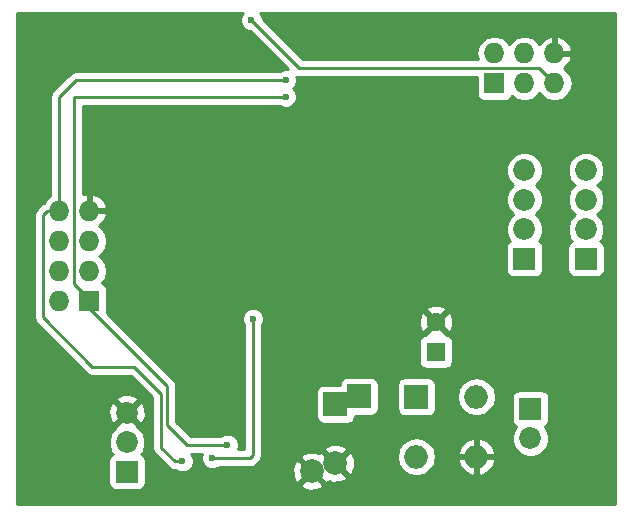
<source format=gbr>
G04 #@! TF.FileFunction,Copper,L2,Bot,Signal*
%FSLAX46Y46*%
G04 Gerber Fmt 4.6, Leading zero omitted, Abs format (unit mm)*
G04 Created by KiCad (PCBNEW 4.0.7) date 01/29/18 16:59:17*
%MOMM*%
%LPD*%
G01*
G04 APERTURE LIST*
%ADD10C,0.100000*%
%ADD11R,2.000000X2.000000*%
%ADD12C,2.000000*%
%ADD13R,1.600000X1.600000*%
%ADD14C,1.600000*%
%ADD15O,2.000000X2.000000*%
%ADD16R,1.850000X1.850000*%
%ADD17C,1.850000*%
%ADD18R,1.727200X1.727200*%
%ADD19O,1.727200X1.727200*%
%ADD20C,0.600000*%
%ADD21C,0.250000*%
%ADD22C,0.254000*%
G04 APERTURE END LIST*
D10*
D11*
X148844000Y-50292000D03*
D12*
X148844000Y-55292000D03*
D11*
X150844000Y-49619856D03*
D12*
X146844000Y-55964144D03*
D13*
X157353000Y-45847000D03*
D14*
X157353000Y-43347000D03*
D15*
X160782000Y-49657000D03*
X155702000Y-54737000D03*
X160782000Y-54737000D03*
D11*
X155702000Y-49657000D03*
D16*
X165354000Y-50673000D03*
D17*
X165354000Y-53173000D03*
D18*
X128016000Y-41529000D03*
D19*
X125476000Y-41529000D03*
X128016000Y-38989000D03*
X125476000Y-38989000D03*
X128016000Y-36449000D03*
X125476000Y-36449000D03*
X128016000Y-33909000D03*
X125476000Y-33909000D03*
D18*
X162306000Y-23114000D03*
D19*
X162306000Y-20574000D03*
X164846000Y-23114000D03*
X164846000Y-20574000D03*
X167386000Y-23114000D03*
X167386000Y-20574000D03*
D16*
X131191000Y-56007000D03*
D17*
X131191000Y-53507000D03*
X131191000Y-51007000D03*
D16*
X164846000Y-37973000D03*
D17*
X164846000Y-35473000D03*
X164846000Y-32973000D03*
X164846000Y-30473000D03*
D16*
X170053000Y-37973000D03*
D17*
X170053000Y-35473000D03*
X170053000Y-32973000D03*
X170053000Y-30473000D03*
D20*
X147447000Y-19558000D03*
X142748000Y-34290000D03*
X158369000Y-34798000D03*
X158623000Y-31115000D03*
X156083000Y-31242000D03*
X141732000Y-17780000D03*
X139700000Y-53721000D03*
X144653000Y-24257000D03*
X135890000Y-55118000D03*
X144653000Y-22860000D03*
X138430000Y-54864000D03*
X141859000Y-43053000D03*
D21*
X148971000Y-19558000D02*
X147447000Y-19558000D01*
X166116000Y-21844000D02*
X167386000Y-23114000D01*
X145796000Y-21844000D02*
X166116000Y-21844000D01*
X141732000Y-17780000D02*
X145796000Y-21844000D01*
X128016000Y-41529000D02*
X128016000Y-42164000D01*
X128016000Y-42164000D02*
X134620000Y-48768000D01*
X136271000Y-53721000D02*
X139700000Y-53721000D01*
X134620000Y-52070000D02*
X136271000Y-53721000D01*
X134620000Y-48768000D02*
X134620000Y-52070000D01*
X126746000Y-40132000D02*
X128016000Y-41402000D01*
X126746000Y-24257000D02*
X126746000Y-40132000D01*
X144653000Y-24257000D02*
X126746000Y-24257000D01*
X128016000Y-41402000D02*
X128016000Y-41529000D01*
X125476000Y-33909000D02*
X124460000Y-33909000D01*
X135255000Y-55118000D02*
X135890000Y-55118000D01*
X134112000Y-53975000D02*
X135255000Y-55118000D01*
X134112000Y-49403000D02*
X134112000Y-53975000D01*
X131826000Y-47117000D02*
X134112000Y-49403000D01*
X128270000Y-47117000D02*
X131826000Y-47117000D01*
X124079000Y-42926000D02*
X128270000Y-47117000D01*
X124079000Y-34290000D02*
X124079000Y-42926000D01*
X124460000Y-33909000D02*
X124079000Y-34290000D01*
X125476000Y-24257000D02*
X125476000Y-33909000D01*
X126873000Y-22860000D02*
X125476000Y-24257000D01*
X144653000Y-22860000D02*
X126873000Y-22860000D01*
X141605000Y-54864000D02*
X138430000Y-54864000D01*
X141859000Y-54610000D02*
X141605000Y-54864000D01*
X141859000Y-43053000D02*
X141859000Y-54610000D01*
D22*
G36*
X140939808Y-17249673D02*
X140797162Y-17593201D01*
X140796838Y-17965167D01*
X140938883Y-18308943D01*
X141201673Y-18572192D01*
X141545201Y-18714838D01*
X141592077Y-18714879D01*
X144802327Y-21925129D01*
X144467833Y-21924838D01*
X144124057Y-22066883D01*
X144090882Y-22100000D01*
X126873000Y-22100000D01*
X126582160Y-22157852D01*
X126335599Y-22322599D01*
X124938599Y-23719599D01*
X124773852Y-23966161D01*
X124716000Y-24257000D01*
X124716000Y-32619738D01*
X124416330Y-32819971D01*
X124148681Y-33220536D01*
X123922599Y-33371599D01*
X123541599Y-33752599D01*
X123376852Y-33999161D01*
X123319000Y-34290000D01*
X123319000Y-42926000D01*
X123376852Y-43216839D01*
X123541599Y-43463401D01*
X127732599Y-47654401D01*
X127979161Y-47819148D01*
X128270000Y-47877000D01*
X131511198Y-47877000D01*
X133352000Y-49717802D01*
X133352000Y-53975000D01*
X133409852Y-54265839D01*
X133574599Y-54512401D01*
X134717599Y-55655401D01*
X134964161Y-55820148D01*
X135255000Y-55878000D01*
X135327537Y-55878000D01*
X135359673Y-55910192D01*
X135703201Y-56052838D01*
X136075167Y-56053162D01*
X136418943Y-55911117D01*
X136682192Y-55648327D01*
X136824838Y-55304799D01*
X136825162Y-54932833D01*
X136683117Y-54589057D01*
X136575248Y-54481000D01*
X137576632Y-54481000D01*
X137495162Y-54677201D01*
X137494838Y-55049167D01*
X137636883Y-55392943D01*
X137899673Y-55656192D01*
X138243201Y-55798838D01*
X138615167Y-55799162D01*
X138856113Y-55699605D01*
X145198092Y-55699605D01*
X145222144Y-56349604D01*
X145424613Y-56838408D01*
X145691468Y-56937071D01*
X146664395Y-55964144D01*
X145691468Y-54991217D01*
X145424613Y-55089880D01*
X145198092Y-55699605D01*
X138856113Y-55699605D01*
X138958943Y-55657117D01*
X138992118Y-55624000D01*
X141605000Y-55624000D01*
X141895839Y-55566148D01*
X142142401Y-55401401D01*
X142396401Y-55147401D01*
X142561148Y-54900840D01*
X142578896Y-54811612D01*
X145871073Y-54811612D01*
X146844000Y-55784539D01*
X146858143Y-55770397D01*
X147037748Y-55950002D01*
X147023605Y-55964144D01*
X147996532Y-56937071D01*
X148263387Y-56838408D01*
X148269239Y-56822656D01*
X148579461Y-56937908D01*
X149229460Y-56913856D01*
X149718264Y-56711387D01*
X149816927Y-56444532D01*
X148844000Y-55471605D01*
X148829858Y-55485748D01*
X148650253Y-55306143D01*
X148664395Y-55292000D01*
X149023605Y-55292000D01*
X149996532Y-56264927D01*
X150263387Y-56166264D01*
X150489908Y-55556539D01*
X150465856Y-54906540D01*
X150395631Y-54737000D01*
X154034968Y-54737000D01*
X154159425Y-55362687D01*
X154513848Y-55893120D01*
X155044281Y-56247543D01*
X155669968Y-56372000D01*
X155734032Y-56372000D01*
X156359719Y-56247543D01*
X156890152Y-55893120D01*
X157244575Y-55362687D01*
X157293358Y-55117434D01*
X159191876Y-55117434D01*
X159388598Y-55592385D01*
X159822006Y-56060505D01*
X160401565Y-56327133D01*
X160655000Y-56208319D01*
X160655000Y-54864000D01*
X160909000Y-54864000D01*
X160909000Y-56208319D01*
X161162435Y-56327133D01*
X161741994Y-56060505D01*
X162175402Y-55592385D01*
X162372124Y-55117434D01*
X162252777Y-54864000D01*
X160909000Y-54864000D01*
X160655000Y-54864000D01*
X159311223Y-54864000D01*
X159191876Y-55117434D01*
X157293358Y-55117434D01*
X157369032Y-54737000D01*
X157293359Y-54356566D01*
X159191876Y-54356566D01*
X159311223Y-54610000D01*
X160655000Y-54610000D01*
X160655000Y-53265681D01*
X160909000Y-53265681D01*
X160909000Y-54610000D01*
X162252777Y-54610000D01*
X162372124Y-54356566D01*
X162175402Y-53881615D01*
X161741994Y-53413495D01*
X161162435Y-53146867D01*
X160909000Y-53265681D01*
X160655000Y-53265681D01*
X160401565Y-53146867D01*
X159822006Y-53413495D01*
X159388598Y-53881615D01*
X159191876Y-54356566D01*
X157293359Y-54356566D01*
X157244575Y-54111313D01*
X156890152Y-53580880D01*
X156359719Y-53226457D01*
X155734032Y-53102000D01*
X155669968Y-53102000D01*
X155044281Y-53226457D01*
X154513848Y-53580880D01*
X154159425Y-54111313D01*
X154034968Y-54737000D01*
X150395631Y-54737000D01*
X150263387Y-54417736D01*
X149996532Y-54319073D01*
X149023605Y-55292000D01*
X148664395Y-55292000D01*
X147691468Y-54319073D01*
X147424613Y-54417736D01*
X147418761Y-54433488D01*
X147108539Y-54318236D01*
X146458540Y-54342288D01*
X145969736Y-54544757D01*
X145871073Y-54811612D01*
X142578896Y-54811612D01*
X142619000Y-54610000D01*
X142619000Y-54139468D01*
X147871073Y-54139468D01*
X148844000Y-55112395D01*
X149816927Y-54139468D01*
X149718264Y-53872613D01*
X149108539Y-53646092D01*
X148458540Y-53670144D01*
X147969736Y-53872613D01*
X147871073Y-54139468D01*
X142619000Y-54139468D01*
X142619000Y-49292000D01*
X147196560Y-49292000D01*
X147196560Y-51292000D01*
X147240838Y-51527317D01*
X147379910Y-51743441D01*
X147592110Y-51888431D01*
X147844000Y-51939440D01*
X149844000Y-51939440D01*
X150079317Y-51895162D01*
X150295441Y-51756090D01*
X150440431Y-51543890D01*
X150491440Y-51292000D01*
X150491440Y-51267296D01*
X151844000Y-51267296D01*
X152079317Y-51223018D01*
X152295441Y-51083946D01*
X152440431Y-50871746D01*
X152491440Y-50619856D01*
X152491440Y-48657000D01*
X154054560Y-48657000D01*
X154054560Y-50657000D01*
X154098838Y-50892317D01*
X154237910Y-51108441D01*
X154450110Y-51253431D01*
X154702000Y-51304440D01*
X156702000Y-51304440D01*
X156937317Y-51260162D01*
X157153441Y-51121090D01*
X157298431Y-50908890D01*
X157349440Y-50657000D01*
X157349440Y-49657000D01*
X159114968Y-49657000D01*
X159239425Y-50282687D01*
X159593848Y-50813120D01*
X160124281Y-51167543D01*
X160749968Y-51292000D01*
X160814032Y-51292000D01*
X161439719Y-51167543D01*
X161970152Y-50813120D01*
X162324575Y-50282687D01*
X162430930Y-49748000D01*
X163781560Y-49748000D01*
X163781560Y-51598000D01*
X163825838Y-51833317D01*
X163964910Y-52049441D01*
X164146874Y-52173771D01*
X164032268Y-52288177D01*
X163794272Y-52861336D01*
X163793730Y-53481942D01*
X164030725Y-54055514D01*
X164469177Y-54494732D01*
X165042336Y-54732728D01*
X165662942Y-54733270D01*
X166236514Y-54496275D01*
X166675732Y-54057823D01*
X166913728Y-53484664D01*
X166914270Y-52864058D01*
X166677275Y-52290486D01*
X166559246Y-52172251D01*
X166730441Y-52062090D01*
X166875431Y-51849890D01*
X166926440Y-51598000D01*
X166926440Y-49748000D01*
X166882162Y-49512683D01*
X166743090Y-49296559D01*
X166530890Y-49151569D01*
X166279000Y-49100560D01*
X164429000Y-49100560D01*
X164193683Y-49144838D01*
X163977559Y-49283910D01*
X163832569Y-49496110D01*
X163781560Y-49748000D01*
X162430930Y-49748000D01*
X162449032Y-49657000D01*
X162324575Y-49031313D01*
X161970152Y-48500880D01*
X161439719Y-48146457D01*
X160814032Y-48022000D01*
X160749968Y-48022000D01*
X160124281Y-48146457D01*
X159593848Y-48500880D01*
X159239425Y-49031313D01*
X159114968Y-49657000D01*
X157349440Y-49657000D01*
X157349440Y-48657000D01*
X157305162Y-48421683D01*
X157166090Y-48205559D01*
X156953890Y-48060569D01*
X156702000Y-48009560D01*
X154702000Y-48009560D01*
X154466683Y-48053838D01*
X154250559Y-48192910D01*
X154105569Y-48405110D01*
X154054560Y-48657000D01*
X152491440Y-48657000D01*
X152491440Y-48619856D01*
X152447162Y-48384539D01*
X152308090Y-48168415D01*
X152095890Y-48023425D01*
X151844000Y-47972416D01*
X149844000Y-47972416D01*
X149608683Y-48016694D01*
X149392559Y-48155766D01*
X149247569Y-48367966D01*
X149196560Y-48619856D01*
X149196560Y-48644560D01*
X147844000Y-48644560D01*
X147608683Y-48688838D01*
X147392559Y-48827910D01*
X147247569Y-49040110D01*
X147196560Y-49292000D01*
X142619000Y-49292000D01*
X142619000Y-45047000D01*
X155905560Y-45047000D01*
X155905560Y-46647000D01*
X155949838Y-46882317D01*
X156088910Y-47098441D01*
X156301110Y-47243431D01*
X156553000Y-47294440D01*
X158153000Y-47294440D01*
X158388317Y-47250162D01*
X158604441Y-47111090D01*
X158749431Y-46898890D01*
X158800440Y-46647000D01*
X158800440Y-45047000D01*
X158756162Y-44811683D01*
X158617090Y-44595559D01*
X158404890Y-44450569D01*
X158166799Y-44402354D01*
X158181139Y-44354745D01*
X157353000Y-43526605D01*
X156524861Y-44354745D01*
X156539145Y-44402167D01*
X156317683Y-44443838D01*
X156101559Y-44582910D01*
X155956569Y-44795110D01*
X155905560Y-45047000D01*
X142619000Y-45047000D01*
X142619000Y-43615463D01*
X142651192Y-43583327D01*
X142793838Y-43239799D01*
X142793933Y-43130223D01*
X155906035Y-43130223D01*
X155933222Y-43700454D01*
X156099136Y-44101005D01*
X156345255Y-44175139D01*
X157173395Y-43347000D01*
X157532605Y-43347000D01*
X158360745Y-44175139D01*
X158606864Y-44101005D01*
X158799965Y-43563777D01*
X158772778Y-42993546D01*
X158606864Y-42592995D01*
X158360745Y-42518861D01*
X157532605Y-43347000D01*
X157173395Y-43347000D01*
X156345255Y-42518861D01*
X156099136Y-42592995D01*
X155906035Y-43130223D01*
X142793933Y-43130223D01*
X142794162Y-42867833D01*
X142652117Y-42524057D01*
X142467638Y-42339255D01*
X156524861Y-42339255D01*
X157353000Y-43167395D01*
X158181139Y-42339255D01*
X158107005Y-42093136D01*
X157569777Y-41900035D01*
X156999546Y-41927222D01*
X156598995Y-42093136D01*
X156524861Y-42339255D01*
X142467638Y-42339255D01*
X142389327Y-42260808D01*
X142045799Y-42118162D01*
X141673833Y-42117838D01*
X141330057Y-42259883D01*
X141066808Y-42522673D01*
X140924162Y-42866201D01*
X140923838Y-43238167D01*
X141065883Y-43581943D01*
X141099000Y-43615118D01*
X141099000Y-54104000D01*
X140553368Y-54104000D01*
X140634838Y-53907799D01*
X140635162Y-53535833D01*
X140493117Y-53192057D01*
X140230327Y-52928808D01*
X139886799Y-52786162D01*
X139514833Y-52785838D01*
X139171057Y-52927883D01*
X139137882Y-52961000D01*
X136585802Y-52961000D01*
X135380000Y-51755198D01*
X135380000Y-48768000D01*
X135322148Y-48477161D01*
X135322148Y-48477160D01*
X135157401Y-48230599D01*
X129492073Y-42565271D01*
X129527040Y-42392600D01*
X129527040Y-40665400D01*
X129482762Y-40430083D01*
X129343690Y-40213959D01*
X129131490Y-40068969D01*
X129087655Y-40060092D01*
X129400526Y-39591848D01*
X129514600Y-39018359D01*
X129514600Y-38959641D01*
X129400526Y-38386152D01*
X129075670Y-37899971D01*
X128804828Y-37719000D01*
X129075670Y-37538029D01*
X129400526Y-37051848D01*
X129401291Y-37048000D01*
X163273560Y-37048000D01*
X163273560Y-38898000D01*
X163317838Y-39133317D01*
X163456910Y-39349441D01*
X163669110Y-39494431D01*
X163921000Y-39545440D01*
X165771000Y-39545440D01*
X166006317Y-39501162D01*
X166222441Y-39362090D01*
X166367431Y-39149890D01*
X166418440Y-38898000D01*
X166418440Y-37048000D01*
X168480560Y-37048000D01*
X168480560Y-38898000D01*
X168524838Y-39133317D01*
X168663910Y-39349441D01*
X168876110Y-39494431D01*
X169128000Y-39545440D01*
X170978000Y-39545440D01*
X171213317Y-39501162D01*
X171429441Y-39362090D01*
X171574431Y-39149890D01*
X171625440Y-38898000D01*
X171625440Y-37048000D01*
X171581162Y-36812683D01*
X171442090Y-36596559D01*
X171260126Y-36472229D01*
X171374732Y-36357823D01*
X171612728Y-35784664D01*
X171613270Y-35164058D01*
X171376275Y-34590486D01*
X171009174Y-34222744D01*
X171374732Y-33857823D01*
X171612728Y-33284664D01*
X171613270Y-32664058D01*
X171376275Y-32090486D01*
X171009174Y-31722744D01*
X171374732Y-31357823D01*
X171612728Y-30784664D01*
X171613270Y-30164058D01*
X171376275Y-29590486D01*
X170937823Y-29151268D01*
X170364664Y-28913272D01*
X169744058Y-28912730D01*
X169170486Y-29149725D01*
X168731268Y-29588177D01*
X168493272Y-30161336D01*
X168492730Y-30781942D01*
X168729725Y-31355514D01*
X169096826Y-31723256D01*
X168731268Y-32088177D01*
X168493272Y-32661336D01*
X168492730Y-33281942D01*
X168729725Y-33855514D01*
X169096826Y-34223256D01*
X168731268Y-34588177D01*
X168493272Y-35161336D01*
X168492730Y-35781942D01*
X168729725Y-36355514D01*
X168847754Y-36473749D01*
X168676559Y-36583910D01*
X168531569Y-36796110D01*
X168480560Y-37048000D01*
X166418440Y-37048000D01*
X166374162Y-36812683D01*
X166235090Y-36596559D01*
X166053126Y-36472229D01*
X166167732Y-36357823D01*
X166405728Y-35784664D01*
X166406270Y-35164058D01*
X166169275Y-34590486D01*
X165802174Y-34222744D01*
X166167732Y-33857823D01*
X166405728Y-33284664D01*
X166406270Y-32664058D01*
X166169275Y-32090486D01*
X165802174Y-31722744D01*
X166167732Y-31357823D01*
X166405728Y-30784664D01*
X166406270Y-30164058D01*
X166169275Y-29590486D01*
X165730823Y-29151268D01*
X165157664Y-28913272D01*
X164537058Y-28912730D01*
X163963486Y-29149725D01*
X163524268Y-29588177D01*
X163286272Y-30161336D01*
X163285730Y-30781942D01*
X163522725Y-31355514D01*
X163889826Y-31723256D01*
X163524268Y-32088177D01*
X163286272Y-32661336D01*
X163285730Y-33281942D01*
X163522725Y-33855514D01*
X163889826Y-34223256D01*
X163524268Y-34588177D01*
X163286272Y-35161336D01*
X163285730Y-35781942D01*
X163522725Y-36355514D01*
X163640754Y-36473749D01*
X163469559Y-36583910D01*
X163324569Y-36796110D01*
X163273560Y-37048000D01*
X129401291Y-37048000D01*
X129514600Y-36478359D01*
X129514600Y-36419641D01*
X129400526Y-35846152D01*
X129075670Y-35359971D01*
X128804839Y-35179008D01*
X129222821Y-34797490D01*
X129470968Y-34268027D01*
X129350469Y-34036000D01*
X128143000Y-34036000D01*
X128143000Y-34056000D01*
X127889000Y-34056000D01*
X127889000Y-34036000D01*
X127869000Y-34036000D01*
X127869000Y-33782000D01*
X127889000Y-33782000D01*
X127889000Y-32575183D01*
X128143000Y-32575183D01*
X128143000Y-33782000D01*
X129350469Y-33782000D01*
X129470968Y-33549973D01*
X129222821Y-33020510D01*
X128790947Y-32626312D01*
X128375026Y-32454042D01*
X128143000Y-32575183D01*
X127889000Y-32575183D01*
X127656974Y-32454042D01*
X127506000Y-32516574D01*
X127506000Y-25017000D01*
X144090537Y-25017000D01*
X144122673Y-25049192D01*
X144466201Y-25191838D01*
X144838167Y-25192162D01*
X145181943Y-25050117D01*
X145445192Y-24787327D01*
X145587838Y-24443799D01*
X145588162Y-24071833D01*
X145446117Y-23728057D01*
X145276791Y-23558435D01*
X145445192Y-23390327D01*
X145587838Y-23046799D01*
X145588162Y-22674833D01*
X145537662Y-22552613D01*
X145796000Y-22604000D01*
X160794960Y-22604000D01*
X160794960Y-23977600D01*
X160839238Y-24212917D01*
X160978310Y-24429041D01*
X161190510Y-24574031D01*
X161442400Y-24625040D01*
X163169600Y-24625040D01*
X163404917Y-24580762D01*
X163621041Y-24441690D01*
X163766031Y-24229490D01*
X163774908Y-24185655D01*
X164243152Y-24498526D01*
X164816641Y-24612600D01*
X164875359Y-24612600D01*
X165448848Y-24498526D01*
X165935029Y-24173670D01*
X166116000Y-23902828D01*
X166296971Y-24173670D01*
X166783152Y-24498526D01*
X167356641Y-24612600D01*
X167415359Y-24612600D01*
X167988848Y-24498526D01*
X168475029Y-24173670D01*
X168799885Y-23687489D01*
X168913959Y-23114000D01*
X168799885Y-22540511D01*
X168475029Y-22054330D01*
X168151772Y-21838336D01*
X168274490Y-21780821D01*
X168668688Y-21348947D01*
X168840958Y-20933026D01*
X168719817Y-20701000D01*
X167513000Y-20701000D01*
X167513000Y-20721000D01*
X167259000Y-20721000D01*
X167259000Y-20701000D01*
X167239000Y-20701000D01*
X167239000Y-20447000D01*
X167259000Y-20447000D01*
X167259000Y-19239531D01*
X167513000Y-19239531D01*
X167513000Y-20447000D01*
X168719817Y-20447000D01*
X168840958Y-20214974D01*
X168668688Y-19799053D01*
X168274490Y-19367179D01*
X167745027Y-19119032D01*
X167513000Y-19239531D01*
X167259000Y-19239531D01*
X167026973Y-19119032D01*
X166497510Y-19367179D01*
X166115992Y-19785161D01*
X165935029Y-19514330D01*
X165448848Y-19189474D01*
X164875359Y-19075400D01*
X164816641Y-19075400D01*
X164243152Y-19189474D01*
X163756971Y-19514330D01*
X163576000Y-19785172D01*
X163395029Y-19514330D01*
X162908848Y-19189474D01*
X162335359Y-19075400D01*
X162276641Y-19075400D01*
X161703152Y-19189474D01*
X161216971Y-19514330D01*
X160892115Y-20000511D01*
X160778041Y-20574000D01*
X160879486Y-21084000D01*
X146110802Y-21084000D01*
X142667122Y-17640320D01*
X142667162Y-17594833D01*
X142525117Y-17251057D01*
X142469158Y-17195000D01*
X172543000Y-17195000D01*
X172543000Y-58751000D01*
X121843000Y-58751000D01*
X121843000Y-55082000D01*
X129618560Y-55082000D01*
X129618560Y-56932000D01*
X129662838Y-57167317D01*
X129801910Y-57383441D01*
X130014110Y-57528431D01*
X130266000Y-57579440D01*
X132116000Y-57579440D01*
X132351317Y-57535162D01*
X132567441Y-57396090D01*
X132712431Y-57183890D01*
X132726042Y-57116676D01*
X145871073Y-57116676D01*
X145969736Y-57383531D01*
X146579461Y-57610052D01*
X147229460Y-57586000D01*
X147718264Y-57383531D01*
X147816927Y-57116676D01*
X146844000Y-56143749D01*
X145871073Y-57116676D01*
X132726042Y-57116676D01*
X132763440Y-56932000D01*
X132763440Y-55082000D01*
X132719162Y-54846683D01*
X132580090Y-54630559D01*
X132398126Y-54506229D01*
X132512732Y-54391823D01*
X132750728Y-53818664D01*
X132751270Y-53198058D01*
X132514275Y-52624486D01*
X132080426Y-52189879D01*
X132109651Y-52105256D01*
X131191000Y-51186605D01*
X130272349Y-52105256D01*
X130301765Y-52190434D01*
X129869268Y-52622177D01*
X129631272Y-53195336D01*
X129630730Y-53815942D01*
X129867725Y-54389514D01*
X129985754Y-54507749D01*
X129814559Y-54617910D01*
X129669569Y-54830110D01*
X129618560Y-55082000D01*
X121843000Y-55082000D01*
X121843000Y-50760368D01*
X129619675Y-50760368D01*
X129644903Y-51380461D01*
X129833668Y-51836179D01*
X130092744Y-51925651D01*
X131011395Y-51007000D01*
X131370605Y-51007000D01*
X132289256Y-51925651D01*
X132548332Y-51836179D01*
X132762325Y-51253632D01*
X132737097Y-50633539D01*
X132548332Y-50177821D01*
X132289256Y-50088349D01*
X131370605Y-51007000D01*
X131011395Y-51007000D01*
X130092744Y-50088349D01*
X129833668Y-50177821D01*
X129619675Y-50760368D01*
X121843000Y-50760368D01*
X121843000Y-49908744D01*
X130272349Y-49908744D01*
X131191000Y-50827395D01*
X132109651Y-49908744D01*
X132020179Y-49649668D01*
X131437632Y-49435675D01*
X130817539Y-49460903D01*
X130361821Y-49649668D01*
X130272349Y-49908744D01*
X121843000Y-49908744D01*
X121843000Y-17195000D01*
X140994576Y-17195000D01*
X140939808Y-17249673D01*
X140939808Y-17249673D01*
G37*
X140939808Y-17249673D02*
X140797162Y-17593201D01*
X140796838Y-17965167D01*
X140938883Y-18308943D01*
X141201673Y-18572192D01*
X141545201Y-18714838D01*
X141592077Y-18714879D01*
X144802327Y-21925129D01*
X144467833Y-21924838D01*
X144124057Y-22066883D01*
X144090882Y-22100000D01*
X126873000Y-22100000D01*
X126582160Y-22157852D01*
X126335599Y-22322599D01*
X124938599Y-23719599D01*
X124773852Y-23966161D01*
X124716000Y-24257000D01*
X124716000Y-32619738D01*
X124416330Y-32819971D01*
X124148681Y-33220536D01*
X123922599Y-33371599D01*
X123541599Y-33752599D01*
X123376852Y-33999161D01*
X123319000Y-34290000D01*
X123319000Y-42926000D01*
X123376852Y-43216839D01*
X123541599Y-43463401D01*
X127732599Y-47654401D01*
X127979161Y-47819148D01*
X128270000Y-47877000D01*
X131511198Y-47877000D01*
X133352000Y-49717802D01*
X133352000Y-53975000D01*
X133409852Y-54265839D01*
X133574599Y-54512401D01*
X134717599Y-55655401D01*
X134964161Y-55820148D01*
X135255000Y-55878000D01*
X135327537Y-55878000D01*
X135359673Y-55910192D01*
X135703201Y-56052838D01*
X136075167Y-56053162D01*
X136418943Y-55911117D01*
X136682192Y-55648327D01*
X136824838Y-55304799D01*
X136825162Y-54932833D01*
X136683117Y-54589057D01*
X136575248Y-54481000D01*
X137576632Y-54481000D01*
X137495162Y-54677201D01*
X137494838Y-55049167D01*
X137636883Y-55392943D01*
X137899673Y-55656192D01*
X138243201Y-55798838D01*
X138615167Y-55799162D01*
X138856113Y-55699605D01*
X145198092Y-55699605D01*
X145222144Y-56349604D01*
X145424613Y-56838408D01*
X145691468Y-56937071D01*
X146664395Y-55964144D01*
X145691468Y-54991217D01*
X145424613Y-55089880D01*
X145198092Y-55699605D01*
X138856113Y-55699605D01*
X138958943Y-55657117D01*
X138992118Y-55624000D01*
X141605000Y-55624000D01*
X141895839Y-55566148D01*
X142142401Y-55401401D01*
X142396401Y-55147401D01*
X142561148Y-54900840D01*
X142578896Y-54811612D01*
X145871073Y-54811612D01*
X146844000Y-55784539D01*
X146858143Y-55770397D01*
X147037748Y-55950002D01*
X147023605Y-55964144D01*
X147996532Y-56937071D01*
X148263387Y-56838408D01*
X148269239Y-56822656D01*
X148579461Y-56937908D01*
X149229460Y-56913856D01*
X149718264Y-56711387D01*
X149816927Y-56444532D01*
X148844000Y-55471605D01*
X148829858Y-55485748D01*
X148650253Y-55306143D01*
X148664395Y-55292000D01*
X149023605Y-55292000D01*
X149996532Y-56264927D01*
X150263387Y-56166264D01*
X150489908Y-55556539D01*
X150465856Y-54906540D01*
X150395631Y-54737000D01*
X154034968Y-54737000D01*
X154159425Y-55362687D01*
X154513848Y-55893120D01*
X155044281Y-56247543D01*
X155669968Y-56372000D01*
X155734032Y-56372000D01*
X156359719Y-56247543D01*
X156890152Y-55893120D01*
X157244575Y-55362687D01*
X157293358Y-55117434D01*
X159191876Y-55117434D01*
X159388598Y-55592385D01*
X159822006Y-56060505D01*
X160401565Y-56327133D01*
X160655000Y-56208319D01*
X160655000Y-54864000D01*
X160909000Y-54864000D01*
X160909000Y-56208319D01*
X161162435Y-56327133D01*
X161741994Y-56060505D01*
X162175402Y-55592385D01*
X162372124Y-55117434D01*
X162252777Y-54864000D01*
X160909000Y-54864000D01*
X160655000Y-54864000D01*
X159311223Y-54864000D01*
X159191876Y-55117434D01*
X157293358Y-55117434D01*
X157369032Y-54737000D01*
X157293359Y-54356566D01*
X159191876Y-54356566D01*
X159311223Y-54610000D01*
X160655000Y-54610000D01*
X160655000Y-53265681D01*
X160909000Y-53265681D01*
X160909000Y-54610000D01*
X162252777Y-54610000D01*
X162372124Y-54356566D01*
X162175402Y-53881615D01*
X161741994Y-53413495D01*
X161162435Y-53146867D01*
X160909000Y-53265681D01*
X160655000Y-53265681D01*
X160401565Y-53146867D01*
X159822006Y-53413495D01*
X159388598Y-53881615D01*
X159191876Y-54356566D01*
X157293359Y-54356566D01*
X157244575Y-54111313D01*
X156890152Y-53580880D01*
X156359719Y-53226457D01*
X155734032Y-53102000D01*
X155669968Y-53102000D01*
X155044281Y-53226457D01*
X154513848Y-53580880D01*
X154159425Y-54111313D01*
X154034968Y-54737000D01*
X150395631Y-54737000D01*
X150263387Y-54417736D01*
X149996532Y-54319073D01*
X149023605Y-55292000D01*
X148664395Y-55292000D01*
X147691468Y-54319073D01*
X147424613Y-54417736D01*
X147418761Y-54433488D01*
X147108539Y-54318236D01*
X146458540Y-54342288D01*
X145969736Y-54544757D01*
X145871073Y-54811612D01*
X142578896Y-54811612D01*
X142619000Y-54610000D01*
X142619000Y-54139468D01*
X147871073Y-54139468D01*
X148844000Y-55112395D01*
X149816927Y-54139468D01*
X149718264Y-53872613D01*
X149108539Y-53646092D01*
X148458540Y-53670144D01*
X147969736Y-53872613D01*
X147871073Y-54139468D01*
X142619000Y-54139468D01*
X142619000Y-49292000D01*
X147196560Y-49292000D01*
X147196560Y-51292000D01*
X147240838Y-51527317D01*
X147379910Y-51743441D01*
X147592110Y-51888431D01*
X147844000Y-51939440D01*
X149844000Y-51939440D01*
X150079317Y-51895162D01*
X150295441Y-51756090D01*
X150440431Y-51543890D01*
X150491440Y-51292000D01*
X150491440Y-51267296D01*
X151844000Y-51267296D01*
X152079317Y-51223018D01*
X152295441Y-51083946D01*
X152440431Y-50871746D01*
X152491440Y-50619856D01*
X152491440Y-48657000D01*
X154054560Y-48657000D01*
X154054560Y-50657000D01*
X154098838Y-50892317D01*
X154237910Y-51108441D01*
X154450110Y-51253431D01*
X154702000Y-51304440D01*
X156702000Y-51304440D01*
X156937317Y-51260162D01*
X157153441Y-51121090D01*
X157298431Y-50908890D01*
X157349440Y-50657000D01*
X157349440Y-49657000D01*
X159114968Y-49657000D01*
X159239425Y-50282687D01*
X159593848Y-50813120D01*
X160124281Y-51167543D01*
X160749968Y-51292000D01*
X160814032Y-51292000D01*
X161439719Y-51167543D01*
X161970152Y-50813120D01*
X162324575Y-50282687D01*
X162430930Y-49748000D01*
X163781560Y-49748000D01*
X163781560Y-51598000D01*
X163825838Y-51833317D01*
X163964910Y-52049441D01*
X164146874Y-52173771D01*
X164032268Y-52288177D01*
X163794272Y-52861336D01*
X163793730Y-53481942D01*
X164030725Y-54055514D01*
X164469177Y-54494732D01*
X165042336Y-54732728D01*
X165662942Y-54733270D01*
X166236514Y-54496275D01*
X166675732Y-54057823D01*
X166913728Y-53484664D01*
X166914270Y-52864058D01*
X166677275Y-52290486D01*
X166559246Y-52172251D01*
X166730441Y-52062090D01*
X166875431Y-51849890D01*
X166926440Y-51598000D01*
X166926440Y-49748000D01*
X166882162Y-49512683D01*
X166743090Y-49296559D01*
X166530890Y-49151569D01*
X166279000Y-49100560D01*
X164429000Y-49100560D01*
X164193683Y-49144838D01*
X163977559Y-49283910D01*
X163832569Y-49496110D01*
X163781560Y-49748000D01*
X162430930Y-49748000D01*
X162449032Y-49657000D01*
X162324575Y-49031313D01*
X161970152Y-48500880D01*
X161439719Y-48146457D01*
X160814032Y-48022000D01*
X160749968Y-48022000D01*
X160124281Y-48146457D01*
X159593848Y-48500880D01*
X159239425Y-49031313D01*
X159114968Y-49657000D01*
X157349440Y-49657000D01*
X157349440Y-48657000D01*
X157305162Y-48421683D01*
X157166090Y-48205559D01*
X156953890Y-48060569D01*
X156702000Y-48009560D01*
X154702000Y-48009560D01*
X154466683Y-48053838D01*
X154250559Y-48192910D01*
X154105569Y-48405110D01*
X154054560Y-48657000D01*
X152491440Y-48657000D01*
X152491440Y-48619856D01*
X152447162Y-48384539D01*
X152308090Y-48168415D01*
X152095890Y-48023425D01*
X151844000Y-47972416D01*
X149844000Y-47972416D01*
X149608683Y-48016694D01*
X149392559Y-48155766D01*
X149247569Y-48367966D01*
X149196560Y-48619856D01*
X149196560Y-48644560D01*
X147844000Y-48644560D01*
X147608683Y-48688838D01*
X147392559Y-48827910D01*
X147247569Y-49040110D01*
X147196560Y-49292000D01*
X142619000Y-49292000D01*
X142619000Y-45047000D01*
X155905560Y-45047000D01*
X155905560Y-46647000D01*
X155949838Y-46882317D01*
X156088910Y-47098441D01*
X156301110Y-47243431D01*
X156553000Y-47294440D01*
X158153000Y-47294440D01*
X158388317Y-47250162D01*
X158604441Y-47111090D01*
X158749431Y-46898890D01*
X158800440Y-46647000D01*
X158800440Y-45047000D01*
X158756162Y-44811683D01*
X158617090Y-44595559D01*
X158404890Y-44450569D01*
X158166799Y-44402354D01*
X158181139Y-44354745D01*
X157353000Y-43526605D01*
X156524861Y-44354745D01*
X156539145Y-44402167D01*
X156317683Y-44443838D01*
X156101559Y-44582910D01*
X155956569Y-44795110D01*
X155905560Y-45047000D01*
X142619000Y-45047000D01*
X142619000Y-43615463D01*
X142651192Y-43583327D01*
X142793838Y-43239799D01*
X142793933Y-43130223D01*
X155906035Y-43130223D01*
X155933222Y-43700454D01*
X156099136Y-44101005D01*
X156345255Y-44175139D01*
X157173395Y-43347000D01*
X157532605Y-43347000D01*
X158360745Y-44175139D01*
X158606864Y-44101005D01*
X158799965Y-43563777D01*
X158772778Y-42993546D01*
X158606864Y-42592995D01*
X158360745Y-42518861D01*
X157532605Y-43347000D01*
X157173395Y-43347000D01*
X156345255Y-42518861D01*
X156099136Y-42592995D01*
X155906035Y-43130223D01*
X142793933Y-43130223D01*
X142794162Y-42867833D01*
X142652117Y-42524057D01*
X142467638Y-42339255D01*
X156524861Y-42339255D01*
X157353000Y-43167395D01*
X158181139Y-42339255D01*
X158107005Y-42093136D01*
X157569777Y-41900035D01*
X156999546Y-41927222D01*
X156598995Y-42093136D01*
X156524861Y-42339255D01*
X142467638Y-42339255D01*
X142389327Y-42260808D01*
X142045799Y-42118162D01*
X141673833Y-42117838D01*
X141330057Y-42259883D01*
X141066808Y-42522673D01*
X140924162Y-42866201D01*
X140923838Y-43238167D01*
X141065883Y-43581943D01*
X141099000Y-43615118D01*
X141099000Y-54104000D01*
X140553368Y-54104000D01*
X140634838Y-53907799D01*
X140635162Y-53535833D01*
X140493117Y-53192057D01*
X140230327Y-52928808D01*
X139886799Y-52786162D01*
X139514833Y-52785838D01*
X139171057Y-52927883D01*
X139137882Y-52961000D01*
X136585802Y-52961000D01*
X135380000Y-51755198D01*
X135380000Y-48768000D01*
X135322148Y-48477161D01*
X135322148Y-48477160D01*
X135157401Y-48230599D01*
X129492073Y-42565271D01*
X129527040Y-42392600D01*
X129527040Y-40665400D01*
X129482762Y-40430083D01*
X129343690Y-40213959D01*
X129131490Y-40068969D01*
X129087655Y-40060092D01*
X129400526Y-39591848D01*
X129514600Y-39018359D01*
X129514600Y-38959641D01*
X129400526Y-38386152D01*
X129075670Y-37899971D01*
X128804828Y-37719000D01*
X129075670Y-37538029D01*
X129400526Y-37051848D01*
X129401291Y-37048000D01*
X163273560Y-37048000D01*
X163273560Y-38898000D01*
X163317838Y-39133317D01*
X163456910Y-39349441D01*
X163669110Y-39494431D01*
X163921000Y-39545440D01*
X165771000Y-39545440D01*
X166006317Y-39501162D01*
X166222441Y-39362090D01*
X166367431Y-39149890D01*
X166418440Y-38898000D01*
X166418440Y-37048000D01*
X168480560Y-37048000D01*
X168480560Y-38898000D01*
X168524838Y-39133317D01*
X168663910Y-39349441D01*
X168876110Y-39494431D01*
X169128000Y-39545440D01*
X170978000Y-39545440D01*
X171213317Y-39501162D01*
X171429441Y-39362090D01*
X171574431Y-39149890D01*
X171625440Y-38898000D01*
X171625440Y-37048000D01*
X171581162Y-36812683D01*
X171442090Y-36596559D01*
X171260126Y-36472229D01*
X171374732Y-36357823D01*
X171612728Y-35784664D01*
X171613270Y-35164058D01*
X171376275Y-34590486D01*
X171009174Y-34222744D01*
X171374732Y-33857823D01*
X171612728Y-33284664D01*
X171613270Y-32664058D01*
X171376275Y-32090486D01*
X171009174Y-31722744D01*
X171374732Y-31357823D01*
X171612728Y-30784664D01*
X171613270Y-30164058D01*
X171376275Y-29590486D01*
X170937823Y-29151268D01*
X170364664Y-28913272D01*
X169744058Y-28912730D01*
X169170486Y-29149725D01*
X168731268Y-29588177D01*
X168493272Y-30161336D01*
X168492730Y-30781942D01*
X168729725Y-31355514D01*
X169096826Y-31723256D01*
X168731268Y-32088177D01*
X168493272Y-32661336D01*
X168492730Y-33281942D01*
X168729725Y-33855514D01*
X169096826Y-34223256D01*
X168731268Y-34588177D01*
X168493272Y-35161336D01*
X168492730Y-35781942D01*
X168729725Y-36355514D01*
X168847754Y-36473749D01*
X168676559Y-36583910D01*
X168531569Y-36796110D01*
X168480560Y-37048000D01*
X166418440Y-37048000D01*
X166374162Y-36812683D01*
X166235090Y-36596559D01*
X166053126Y-36472229D01*
X166167732Y-36357823D01*
X166405728Y-35784664D01*
X166406270Y-35164058D01*
X166169275Y-34590486D01*
X165802174Y-34222744D01*
X166167732Y-33857823D01*
X166405728Y-33284664D01*
X166406270Y-32664058D01*
X166169275Y-32090486D01*
X165802174Y-31722744D01*
X166167732Y-31357823D01*
X166405728Y-30784664D01*
X166406270Y-30164058D01*
X166169275Y-29590486D01*
X165730823Y-29151268D01*
X165157664Y-28913272D01*
X164537058Y-28912730D01*
X163963486Y-29149725D01*
X163524268Y-29588177D01*
X163286272Y-30161336D01*
X163285730Y-30781942D01*
X163522725Y-31355514D01*
X163889826Y-31723256D01*
X163524268Y-32088177D01*
X163286272Y-32661336D01*
X163285730Y-33281942D01*
X163522725Y-33855514D01*
X163889826Y-34223256D01*
X163524268Y-34588177D01*
X163286272Y-35161336D01*
X163285730Y-35781942D01*
X163522725Y-36355514D01*
X163640754Y-36473749D01*
X163469559Y-36583910D01*
X163324569Y-36796110D01*
X163273560Y-37048000D01*
X129401291Y-37048000D01*
X129514600Y-36478359D01*
X129514600Y-36419641D01*
X129400526Y-35846152D01*
X129075670Y-35359971D01*
X128804839Y-35179008D01*
X129222821Y-34797490D01*
X129470968Y-34268027D01*
X129350469Y-34036000D01*
X128143000Y-34036000D01*
X128143000Y-34056000D01*
X127889000Y-34056000D01*
X127889000Y-34036000D01*
X127869000Y-34036000D01*
X127869000Y-33782000D01*
X127889000Y-33782000D01*
X127889000Y-32575183D01*
X128143000Y-32575183D01*
X128143000Y-33782000D01*
X129350469Y-33782000D01*
X129470968Y-33549973D01*
X129222821Y-33020510D01*
X128790947Y-32626312D01*
X128375026Y-32454042D01*
X128143000Y-32575183D01*
X127889000Y-32575183D01*
X127656974Y-32454042D01*
X127506000Y-32516574D01*
X127506000Y-25017000D01*
X144090537Y-25017000D01*
X144122673Y-25049192D01*
X144466201Y-25191838D01*
X144838167Y-25192162D01*
X145181943Y-25050117D01*
X145445192Y-24787327D01*
X145587838Y-24443799D01*
X145588162Y-24071833D01*
X145446117Y-23728057D01*
X145276791Y-23558435D01*
X145445192Y-23390327D01*
X145587838Y-23046799D01*
X145588162Y-22674833D01*
X145537662Y-22552613D01*
X145796000Y-22604000D01*
X160794960Y-22604000D01*
X160794960Y-23977600D01*
X160839238Y-24212917D01*
X160978310Y-24429041D01*
X161190510Y-24574031D01*
X161442400Y-24625040D01*
X163169600Y-24625040D01*
X163404917Y-24580762D01*
X163621041Y-24441690D01*
X163766031Y-24229490D01*
X163774908Y-24185655D01*
X164243152Y-24498526D01*
X164816641Y-24612600D01*
X164875359Y-24612600D01*
X165448848Y-24498526D01*
X165935029Y-24173670D01*
X166116000Y-23902828D01*
X166296971Y-24173670D01*
X166783152Y-24498526D01*
X167356641Y-24612600D01*
X167415359Y-24612600D01*
X167988848Y-24498526D01*
X168475029Y-24173670D01*
X168799885Y-23687489D01*
X168913959Y-23114000D01*
X168799885Y-22540511D01*
X168475029Y-22054330D01*
X168151772Y-21838336D01*
X168274490Y-21780821D01*
X168668688Y-21348947D01*
X168840958Y-20933026D01*
X168719817Y-20701000D01*
X167513000Y-20701000D01*
X167513000Y-20721000D01*
X167259000Y-20721000D01*
X167259000Y-20701000D01*
X167239000Y-20701000D01*
X167239000Y-20447000D01*
X167259000Y-20447000D01*
X167259000Y-19239531D01*
X167513000Y-19239531D01*
X167513000Y-20447000D01*
X168719817Y-20447000D01*
X168840958Y-20214974D01*
X168668688Y-19799053D01*
X168274490Y-19367179D01*
X167745027Y-19119032D01*
X167513000Y-19239531D01*
X167259000Y-19239531D01*
X167026973Y-19119032D01*
X166497510Y-19367179D01*
X166115992Y-19785161D01*
X165935029Y-19514330D01*
X165448848Y-19189474D01*
X164875359Y-19075400D01*
X164816641Y-19075400D01*
X164243152Y-19189474D01*
X163756971Y-19514330D01*
X163576000Y-19785172D01*
X163395029Y-19514330D01*
X162908848Y-19189474D01*
X162335359Y-19075400D01*
X162276641Y-19075400D01*
X161703152Y-19189474D01*
X161216971Y-19514330D01*
X160892115Y-20000511D01*
X160778041Y-20574000D01*
X160879486Y-21084000D01*
X146110802Y-21084000D01*
X142667122Y-17640320D01*
X142667162Y-17594833D01*
X142525117Y-17251057D01*
X142469158Y-17195000D01*
X172543000Y-17195000D01*
X172543000Y-58751000D01*
X121843000Y-58751000D01*
X121843000Y-55082000D01*
X129618560Y-55082000D01*
X129618560Y-56932000D01*
X129662838Y-57167317D01*
X129801910Y-57383441D01*
X130014110Y-57528431D01*
X130266000Y-57579440D01*
X132116000Y-57579440D01*
X132351317Y-57535162D01*
X132567441Y-57396090D01*
X132712431Y-57183890D01*
X132726042Y-57116676D01*
X145871073Y-57116676D01*
X145969736Y-57383531D01*
X146579461Y-57610052D01*
X147229460Y-57586000D01*
X147718264Y-57383531D01*
X147816927Y-57116676D01*
X146844000Y-56143749D01*
X145871073Y-57116676D01*
X132726042Y-57116676D01*
X132763440Y-56932000D01*
X132763440Y-55082000D01*
X132719162Y-54846683D01*
X132580090Y-54630559D01*
X132398126Y-54506229D01*
X132512732Y-54391823D01*
X132750728Y-53818664D01*
X132751270Y-53198058D01*
X132514275Y-52624486D01*
X132080426Y-52189879D01*
X132109651Y-52105256D01*
X131191000Y-51186605D01*
X130272349Y-52105256D01*
X130301765Y-52190434D01*
X129869268Y-52622177D01*
X129631272Y-53195336D01*
X129630730Y-53815942D01*
X129867725Y-54389514D01*
X129985754Y-54507749D01*
X129814559Y-54617910D01*
X129669569Y-54830110D01*
X129618560Y-55082000D01*
X121843000Y-55082000D01*
X121843000Y-50760368D01*
X129619675Y-50760368D01*
X129644903Y-51380461D01*
X129833668Y-51836179D01*
X130092744Y-51925651D01*
X131011395Y-51007000D01*
X131370605Y-51007000D01*
X132289256Y-51925651D01*
X132548332Y-51836179D01*
X132762325Y-51253632D01*
X132737097Y-50633539D01*
X132548332Y-50177821D01*
X132289256Y-50088349D01*
X131370605Y-51007000D01*
X131011395Y-51007000D01*
X130092744Y-50088349D01*
X129833668Y-50177821D01*
X129619675Y-50760368D01*
X121843000Y-50760368D01*
X121843000Y-49908744D01*
X130272349Y-49908744D01*
X131191000Y-50827395D01*
X132109651Y-49908744D01*
X132020179Y-49649668D01*
X131437632Y-49435675D01*
X130817539Y-49460903D01*
X130361821Y-49649668D01*
X130272349Y-49908744D01*
X121843000Y-49908744D01*
X121843000Y-17195000D01*
X140994576Y-17195000D01*
X140939808Y-17249673D01*
M02*

</source>
